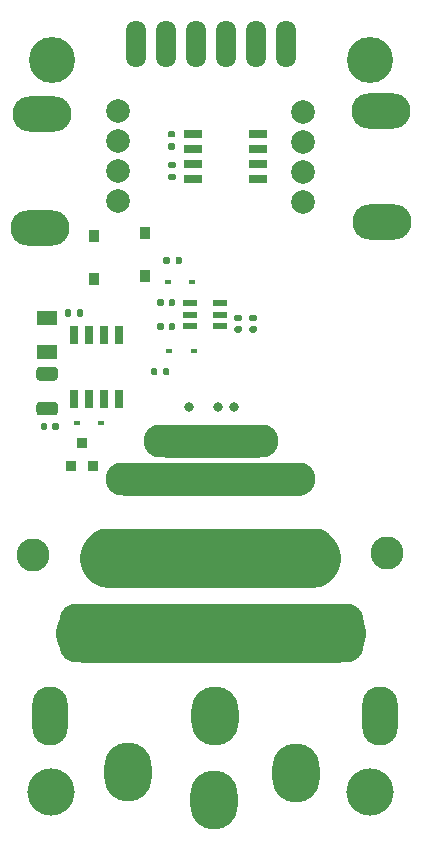
<source format=gbr>
%TF.GenerationSoftware,KiCad,Pcbnew,(5.1.10)-1*%
%TF.CreationDate,2021-10-24T00:58:49+05:30*%
%TF.ProjectId,Modbus_IO_Board,4d6f6462-7573-45f4-994f-5f426f617264,rev?*%
%TF.SameCoordinates,Original*%
%TF.FileFunction,Soldermask,Bot*%
%TF.FilePolarity,Negative*%
%FSLAX46Y46*%
G04 Gerber Fmt 4.6, Leading zero omitted, Abs format (unit mm)*
G04 Created by KiCad (PCBNEW (5.1.10)-1) date 2021-10-24 00:58:49*
%MOMM*%
%LPD*%
G01*
G04 APERTURE LIST*
%ADD10C,5.000000*%
%ADD11C,2.800000*%
%ADD12C,3.900000*%
%ADD13C,4.000000*%
%ADD14C,2.800000*%
%ADD15C,2.000000*%
%ADD16O,3.000000X5.000000*%
%ADD17R,0.850000X1.050000*%
%ADD18R,1.200000X0.600000*%
%ADD19R,0.600000X0.450000*%
%ADD20C,0.800000*%
%ADD21O,5.000000X3.000000*%
%ADD22O,4.000000X5.000000*%
%ADD23R,0.840000X0.840000*%
%ADD24O,1.700000X4.000000*%
%ADD25R,1.595000X0.650000*%
%ADD26R,0.650000X1.525000*%
%ADD27R,1.800000X1.200000*%
G04 APERTURE END LIST*
D10*
X134569200Y-109220000D02*
X155879800Y-109220000D01*
X136677400Y-102895400D02*
X153720800Y-102920800D01*
D11*
X138099800Y-96189800D02*
X152603200Y-96189800D01*
X141605000Y-92964000D02*
X149098000Y-92964000D01*
D12*
%TO.C,H1*%
X131830000Y-60750000D03*
%TD*%
%TO.C,H2*%
X158750000Y-60760000D03*
%TD*%
D13*
%TO.C,H4*%
X158770000Y-122700000D03*
%TD*%
%TO.C,H3*%
X131740000Y-122710000D03*
%TD*%
D14*
%TO.C,TP9*%
X140970000Y-92964000D03*
%TD*%
%TO.C,B*%
X137750000Y-96180000D03*
%TD*%
D15*
%TO.C,I-3*%
X137439400Y-70154800D03*
%TD*%
%TO.C,I-1*%
X137439400Y-65074800D03*
%TD*%
%TO.C,I-2*%
X137439400Y-67614800D03*
%TD*%
%TO.C,I-4*%
X137439400Y-72694800D03*
%TD*%
%TO.C,O-4*%
X153060400Y-72771000D03*
%TD*%
%TO.C,O-3*%
X153060400Y-70231000D03*
%TD*%
%TO.C,O-2*%
X153060400Y-67691000D03*
%TD*%
%TO.C,O-1*%
X153060400Y-65151000D03*
%TD*%
D16*
%TO.C,TP11*%
X154178000Y-102870000D03*
%TD*%
%TO.C,12V*%
X156718000Y-109230000D03*
%TD*%
%TO.C,TP15*%
X136398000Y-102870000D03*
%TD*%
%TO.C,12V*%
X133920000Y-109230000D03*
%TD*%
D14*
%TO.C,B*%
X152760000Y-96220000D03*
%TD*%
%TO.C,A*%
X149606000Y-92964000D03*
%TD*%
D17*
%TO.C,D6*%
X135382000Y-79270000D03*
X135382000Y-75670000D03*
%TD*%
%TO.C,D8*%
X139700000Y-79016000D03*
X139700000Y-75416000D03*
%TD*%
D18*
%TO.C,IC4*%
X146030000Y-83246000D03*
X146030000Y-82296000D03*
X146030000Y-81346000D03*
X143530000Y-81346000D03*
X143530000Y-82296000D03*
X143530000Y-83246000D03*
%TD*%
D19*
%TO.C,D9*%
X143700000Y-79490000D03*
X141600000Y-79490000D03*
%TD*%
%TO.C,D7*%
X143798000Y-85344000D03*
X141698000Y-85344000D03*
%TD*%
%TO.C,C16*%
G36*
G01*
X149014000Y-82858000D02*
X148674000Y-82858000D01*
G75*
G02*
X148534000Y-82718000I0J140000D01*
G01*
X148534000Y-82438000D01*
G75*
G02*
X148674000Y-82298000I140000J0D01*
G01*
X149014000Y-82298000D01*
G75*
G02*
X149154000Y-82438000I0J-140000D01*
G01*
X149154000Y-82718000D01*
G75*
G02*
X149014000Y-82858000I-140000J0D01*
G01*
G37*
G36*
G01*
X149014000Y-83818000D02*
X148674000Y-83818000D01*
G75*
G02*
X148534000Y-83678000I0J140000D01*
G01*
X148534000Y-83398000D01*
G75*
G02*
X148674000Y-83258000I140000J0D01*
G01*
X149014000Y-83258000D01*
G75*
G02*
X149154000Y-83398000I0J-140000D01*
G01*
X149154000Y-83678000D01*
G75*
G02*
X149014000Y-83818000I-140000J0D01*
G01*
G37*
%TD*%
%TO.C,C15*%
G36*
G01*
X147744000Y-82858000D02*
X147404000Y-82858000D01*
G75*
G02*
X147264000Y-82718000I0J140000D01*
G01*
X147264000Y-82438000D01*
G75*
G02*
X147404000Y-82298000I140000J0D01*
G01*
X147744000Y-82298000D01*
G75*
G02*
X147884000Y-82438000I0J-140000D01*
G01*
X147884000Y-82718000D01*
G75*
G02*
X147744000Y-82858000I-140000J0D01*
G01*
G37*
G36*
G01*
X147744000Y-83818000D02*
X147404000Y-83818000D01*
G75*
G02*
X147264000Y-83678000I0J140000D01*
G01*
X147264000Y-83398000D01*
G75*
G02*
X147404000Y-83258000I140000J0D01*
G01*
X147744000Y-83258000D01*
G75*
G02*
X147884000Y-83398000I0J-140000D01*
G01*
X147884000Y-83678000D01*
G75*
G02*
X147744000Y-83818000I-140000J0D01*
G01*
G37*
%TD*%
%TO.C,C14*%
G36*
G01*
X141278000Y-81110000D02*
X141278000Y-81450000D01*
G75*
G02*
X141138000Y-81590000I-140000J0D01*
G01*
X140858000Y-81590000D01*
G75*
G02*
X140718000Y-81450000I0J140000D01*
G01*
X140718000Y-81110000D01*
G75*
G02*
X140858000Y-80970000I140000J0D01*
G01*
X141138000Y-80970000D01*
G75*
G02*
X141278000Y-81110000I0J-140000D01*
G01*
G37*
G36*
G01*
X142238000Y-81110000D02*
X142238000Y-81450000D01*
G75*
G02*
X142098000Y-81590000I-140000J0D01*
G01*
X141818000Y-81590000D01*
G75*
G02*
X141678000Y-81450000I0J140000D01*
G01*
X141678000Y-81110000D01*
G75*
G02*
X141818000Y-80970000I140000J0D01*
G01*
X142098000Y-80970000D01*
G75*
G02*
X142238000Y-81110000I0J-140000D01*
G01*
G37*
%TD*%
D20*
%TO.C,TP18*%
X147219200Y-90079200D03*
%TD*%
%TO.C,RX*%
X145870000Y-90100000D03*
%TD*%
D21*
%TO.C,e*%
X130960000Y-65330000D03*
%TD*%
%TO.C,e*%
X159660000Y-65060000D03*
%TD*%
%TO.C,e*%
X159720000Y-74422000D03*
%TD*%
D22*
%TO.C,*%
X138266400Y-121037600D03*
%TD*%
%TO.C,*%
X152490400Y-121101100D03*
%TD*%
%TO.C,*%
X145505400Y-123403100D03*
%TD*%
D16*
%TO.C,*%
X131607000Y-116287800D03*
%TD*%
D22*
%TO.C,*%
X145607000Y-116287800D03*
%TD*%
D16*
%TO.C,*%
X159607000Y-116287800D03*
%TD*%
%TO.C,C12*%
G36*
G01*
X130749999Y-86720000D02*
X132050001Y-86720000D01*
G75*
G02*
X132300000Y-86969999I0J-249999D01*
G01*
X132300000Y-87620001D01*
G75*
G02*
X132050001Y-87870000I-249999J0D01*
G01*
X130749999Y-87870000D01*
G75*
G02*
X130500000Y-87620001I0J249999D01*
G01*
X130500000Y-86969999D01*
G75*
G02*
X130749999Y-86720000I249999J0D01*
G01*
G37*
G36*
G01*
X130749999Y-89670000D02*
X132050001Y-89670000D01*
G75*
G02*
X132300000Y-89919999I0J-249999D01*
G01*
X132300000Y-90570001D01*
G75*
G02*
X132050001Y-90820000I-249999J0D01*
G01*
X130749999Y-90820000D01*
G75*
G02*
X130500000Y-90570001I0J249999D01*
G01*
X130500000Y-89919999D01*
G75*
G02*
X130749999Y-89670000I249999J0D01*
G01*
G37*
%TD*%
D20*
%TO.C,EN*%
X143440000Y-90100000D03*
%TD*%
%TO.C,C13*%
G36*
G01*
X141278000Y-83142000D02*
X141278000Y-83482000D01*
G75*
G02*
X141138000Y-83622000I-140000J0D01*
G01*
X140858000Y-83622000D01*
G75*
G02*
X140718000Y-83482000I0J140000D01*
G01*
X140718000Y-83142000D01*
G75*
G02*
X140858000Y-83002000I140000J0D01*
G01*
X141138000Y-83002000D01*
G75*
G02*
X141278000Y-83142000I0J-140000D01*
G01*
G37*
G36*
G01*
X142238000Y-83142000D02*
X142238000Y-83482000D01*
G75*
G02*
X142098000Y-83622000I-140000J0D01*
G01*
X141818000Y-83622000D01*
G75*
G02*
X141678000Y-83482000I0J140000D01*
G01*
X141678000Y-83142000D01*
G75*
G02*
X141818000Y-83002000I140000J0D01*
G01*
X142098000Y-83002000D01*
G75*
G02*
X142238000Y-83142000I0J-140000D01*
G01*
G37*
%TD*%
%TO.C,C11*%
G36*
G01*
X132380000Y-91600000D02*
X132380000Y-91940000D01*
G75*
G02*
X132240000Y-92080000I-140000J0D01*
G01*
X131960000Y-92080000D01*
G75*
G02*
X131820000Y-91940000I0J140000D01*
G01*
X131820000Y-91600000D01*
G75*
G02*
X131960000Y-91460000I140000J0D01*
G01*
X132240000Y-91460000D01*
G75*
G02*
X132380000Y-91600000I0J-140000D01*
G01*
G37*
G36*
G01*
X131420000Y-91600000D02*
X131420000Y-91940000D01*
G75*
G02*
X131280000Y-92080000I-140000J0D01*
G01*
X131000000Y-92080000D01*
G75*
G02*
X130860000Y-91940000I0J140000D01*
G01*
X130860000Y-91600000D01*
G75*
G02*
X131000000Y-91460000I140000J0D01*
G01*
X131280000Y-91460000D01*
G75*
G02*
X131420000Y-91600000I0J-140000D01*
G01*
G37*
%TD*%
%TO.C,R9*%
G36*
G01*
X141790000Y-77535000D02*
X141790000Y-77905000D01*
G75*
G02*
X141655000Y-78040000I-135000J0D01*
G01*
X141385000Y-78040000D01*
G75*
G02*
X141250000Y-77905000I0J135000D01*
G01*
X141250000Y-77535000D01*
G75*
G02*
X141385000Y-77400000I135000J0D01*
G01*
X141655000Y-77400000D01*
G75*
G02*
X141790000Y-77535000I0J-135000D01*
G01*
G37*
G36*
G01*
X142810000Y-77535000D02*
X142810000Y-77905000D01*
G75*
G02*
X142675000Y-78040000I-135000J0D01*
G01*
X142405000Y-78040000D01*
G75*
G02*
X142270000Y-77905000I0J135000D01*
G01*
X142270000Y-77535000D01*
G75*
G02*
X142405000Y-77400000I135000J0D01*
G01*
X142675000Y-77400000D01*
G75*
G02*
X142810000Y-77535000I0J-135000D01*
G01*
G37*
%TD*%
%TO.C,R6*%
G36*
G01*
X141208000Y-87307000D02*
X141208000Y-86937000D01*
G75*
G02*
X141343000Y-86802000I135000J0D01*
G01*
X141613000Y-86802000D01*
G75*
G02*
X141748000Y-86937000I0J-135000D01*
G01*
X141748000Y-87307000D01*
G75*
G02*
X141613000Y-87442000I-135000J0D01*
G01*
X141343000Y-87442000D01*
G75*
G02*
X141208000Y-87307000I0J135000D01*
G01*
G37*
G36*
G01*
X140188000Y-87307000D02*
X140188000Y-86937000D01*
G75*
G02*
X140323000Y-86802000I135000J0D01*
G01*
X140593000Y-86802000D01*
G75*
G02*
X140728000Y-86937000I0J-135000D01*
G01*
X140728000Y-87307000D01*
G75*
G02*
X140593000Y-87442000I-135000J0D01*
G01*
X140323000Y-87442000D01*
G75*
G02*
X140188000Y-87307000I0J135000D01*
G01*
G37*
%TD*%
%TO.C,R5*%
G36*
G01*
X142165000Y-69910000D02*
X141795000Y-69910000D01*
G75*
G02*
X141660000Y-69775000I0J135000D01*
G01*
X141660000Y-69505000D01*
G75*
G02*
X141795000Y-69370000I135000J0D01*
G01*
X142165000Y-69370000D01*
G75*
G02*
X142300000Y-69505000I0J-135000D01*
G01*
X142300000Y-69775000D01*
G75*
G02*
X142165000Y-69910000I-135000J0D01*
G01*
G37*
G36*
G01*
X142165000Y-70930000D02*
X141795000Y-70930000D01*
G75*
G02*
X141660000Y-70795000I0J135000D01*
G01*
X141660000Y-70525000D01*
G75*
G02*
X141795000Y-70390000I135000J0D01*
G01*
X142165000Y-70390000D01*
G75*
G02*
X142300000Y-70525000I0J-135000D01*
G01*
X142300000Y-70795000D01*
G75*
G02*
X142165000Y-70930000I-135000J0D01*
G01*
G37*
%TD*%
%TO.C,R4*%
G36*
G01*
X142105000Y-67290000D02*
X141735000Y-67290000D01*
G75*
G02*
X141600000Y-67155000I0J135000D01*
G01*
X141600000Y-66885000D01*
G75*
G02*
X141735000Y-66750000I135000J0D01*
G01*
X142105000Y-66750000D01*
G75*
G02*
X142240000Y-66885000I0J-135000D01*
G01*
X142240000Y-67155000D01*
G75*
G02*
X142105000Y-67290000I-135000J0D01*
G01*
G37*
G36*
G01*
X142105000Y-68310000D02*
X141735000Y-68310000D01*
G75*
G02*
X141600000Y-68175000I0J135000D01*
G01*
X141600000Y-67905000D01*
G75*
G02*
X141735000Y-67770000I135000J0D01*
G01*
X142105000Y-67770000D01*
G75*
G02*
X142240000Y-67905000I0J-135000D01*
G01*
X142240000Y-68175000D01*
G75*
G02*
X142105000Y-68310000I-135000J0D01*
G01*
G37*
%TD*%
%TO.C,R2*%
G36*
G01*
X132880000Y-82345000D02*
X132880000Y-81975000D01*
G75*
G02*
X133015000Y-81840000I135000J0D01*
G01*
X133285000Y-81840000D01*
G75*
G02*
X133420000Y-81975000I0J-135000D01*
G01*
X133420000Y-82345000D01*
G75*
G02*
X133285000Y-82480000I-135000J0D01*
G01*
X133015000Y-82480000D01*
G75*
G02*
X132880000Y-82345000I0J135000D01*
G01*
G37*
G36*
G01*
X133900000Y-82345000D02*
X133900000Y-81975000D01*
G75*
G02*
X134035000Y-81840000I135000J0D01*
G01*
X134305000Y-81840000D01*
G75*
G02*
X134440000Y-81975000I0J-135000D01*
G01*
X134440000Y-82345000D01*
G75*
G02*
X134305000Y-82480000I-135000J0D01*
G01*
X134035000Y-82480000D01*
G75*
G02*
X133900000Y-82345000I0J135000D01*
G01*
G37*
%TD*%
D21*
%TO.C,e*%
X130760000Y-74940000D03*
%TD*%
D19*
%TO.C,D5*%
X135990000Y-91480000D03*
X133890000Y-91480000D03*
%TD*%
D23*
%TO.C,U1*%
X134340000Y-93120000D03*
X133400000Y-95125000D03*
X135280000Y-95125000D03*
%TD*%
D24*
%TO.C,J1*%
X151638000Y-59352000D03*
X149098000Y-59352000D03*
X146558000Y-59352000D03*
X144018000Y-59352000D03*
X141478000Y-59352000D03*
X138938000Y-59352000D03*
%TD*%
D25*
%TO.C,IC5*%
X149282000Y-70795000D03*
X149282000Y-69525000D03*
X149282000Y-68255000D03*
X149282000Y-66985000D03*
X143778000Y-66985000D03*
X143778000Y-68255000D03*
X143778000Y-69525000D03*
X143778000Y-70795000D03*
%TD*%
D26*
%TO.C,IC3*%
X133655000Y-89432000D03*
X134925000Y-89432000D03*
X136195000Y-89432000D03*
X137465000Y-89432000D03*
X137465000Y-84008000D03*
X136195000Y-84008000D03*
X134925000Y-84008000D03*
X133655000Y-84008000D03*
%TD*%
D27*
%TO.C,FB2*%
X131410000Y-85490000D03*
X131410000Y-82590000D03*
%TD*%
D14*
%TO.C,GND*%
X130175000Y-102616000D03*
%TD*%
%TO.C,GND*%
X160147000Y-102489000D03*
%TD*%
M02*

</source>
